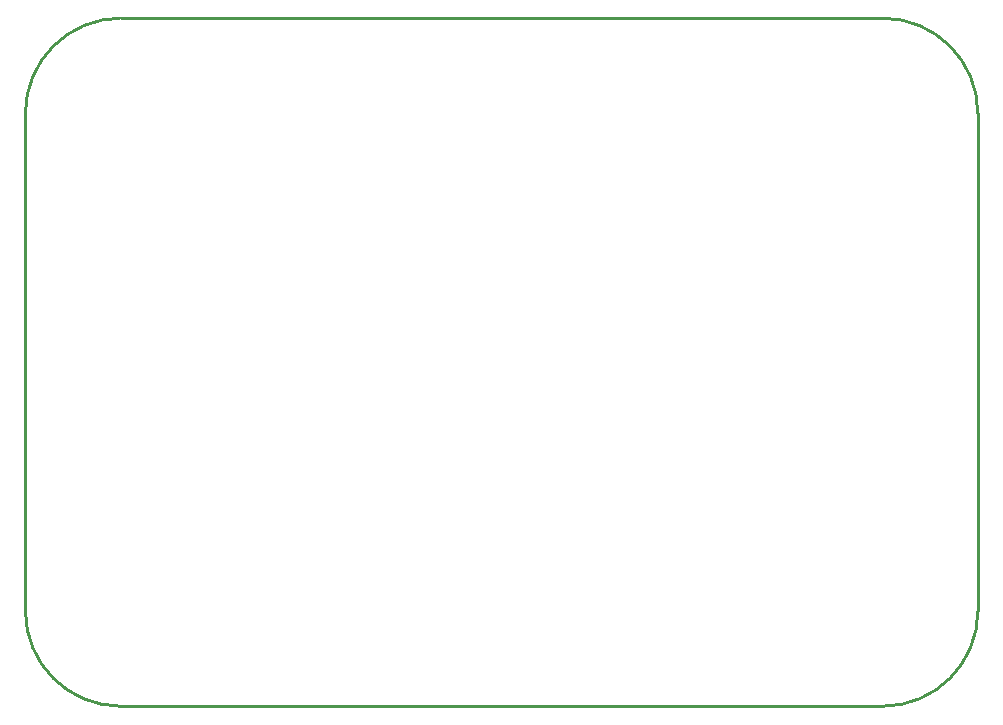
<source format=gko>
G04 Layer: BoardOutlineLayer*
G04 EasyEDA v6.5.22, 2023-01-03 09:55:25*
G04 7daa880b0f2f4c369114fb813a63f3e8,5dd06754fdd742daa6fe38bf62b7df6b,10*
G04 Gerber Generator version 0.2*
G04 Scale: 100 percent, Rotated: No, Reflected: No *
G04 Dimensions in millimeters *
G04 leading zeros omitted , absolute positions ,4 integer and 5 decimal *
%FSLAX45Y45*%
%MOMM*%

%ADD10C,0.2540*%
D10*
X38100Y822998D02*
G01*
X38100Y5035489D01*
X7296086Y16499D02*
G01*
X844598Y16499D01*
X8102584Y5035489D02*
G01*
X8102584Y822998D01*
X844598Y5841987D02*
G01*
X7296086Y5841987D01*
G75*
G01*
X7296087Y5841988D02*
G02*
X8102584Y5035489I-1J-806498D01*
G75*
G01*
X8102584Y822998D02*
G02*
X7296087Y16500I-806498J0D01*
G75*
G01*
X844598Y16500D02*
G02*
X38100Y822998I0J806498D01*
G75*
G01*
X38100Y5035489D02*
G02*
X844598Y5841988I806498J1D01*

%LPD*%
M02*

</source>
